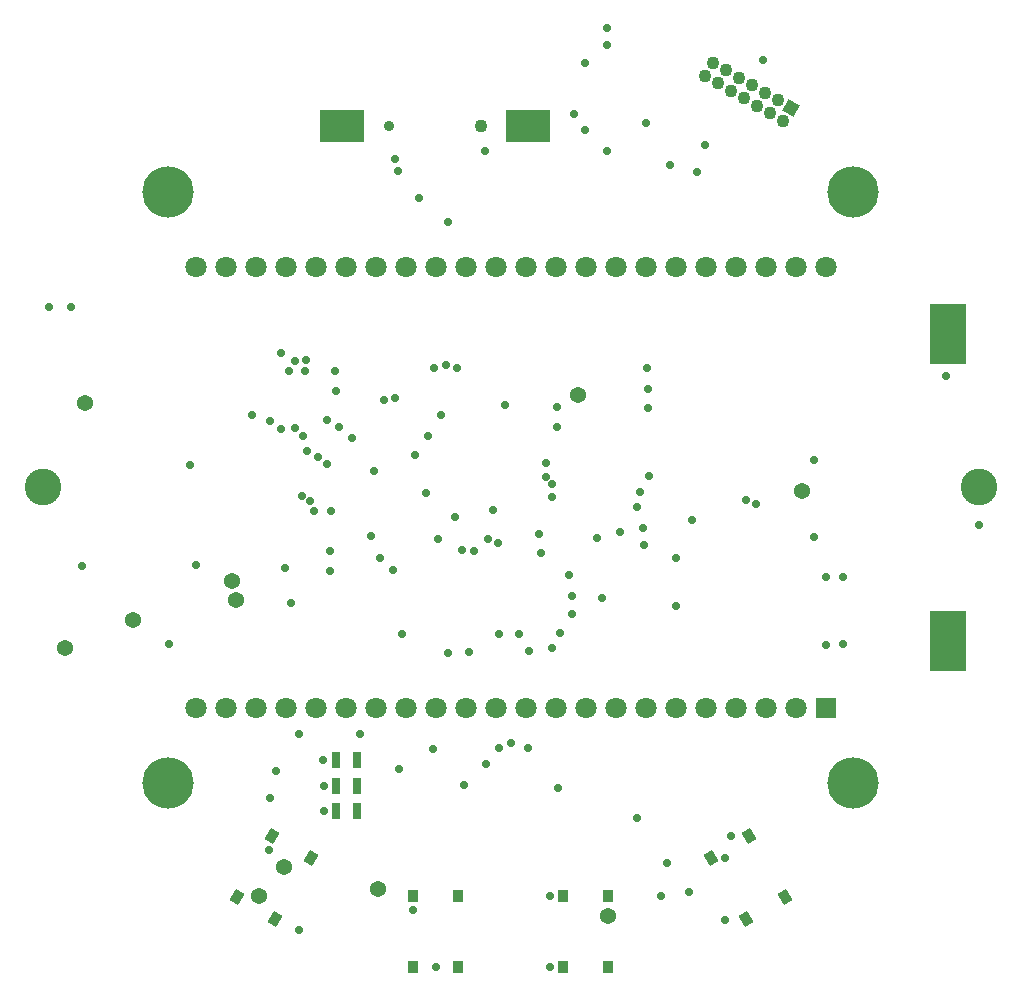
<source format=gbs>
G04*
G04 #@! TF.GenerationSoftware,Altium Limited,Altium Designer,21.4.1 (30)*
G04*
G04 Layer_Color=16711935*
%FSLAX25Y25*%
%MOIN*%
G70*
G04*
G04 #@! TF.SameCoordinates,B09271E0-8F31-4E5C-9359-3BEE4DA1DD5E*
G04*
G04*
G04 #@! TF.FilePolarity,Negative*
G04*
G01*
G75*
%ADD53C,0.04337*%
%ADD54C,0.03550*%
%ADD55C,0.07093*%
%ADD56R,0.07093X0.07093*%
%ADD57C,0.12211*%
%ADD58P,0.06134X4X195.0*%
%ADD59C,0.17132*%
%ADD60C,0.02800*%
%ADD61C,0.05400*%
G04:AMPARAMS|DCode=84|XSize=43.37mil|YSize=33.53mil|CornerRadius=0mil|HoleSize=0mil|Usage=FLASHONLY|Rotation=60.000|XOffset=0mil|YOffset=0mil|HoleType=Round|Shape=Rectangle|*
%AMROTATEDRECTD84*
4,1,4,0.00368,-0.02716,-0.02536,-0.01040,-0.00368,0.02716,0.02536,0.01040,0.00368,-0.02716,0.0*
%
%ADD84ROTATEDRECTD84*%

%ADD85R,0.03353X0.04337*%
%ADD86R,0.14573X0.10636*%
%ADD87R,0.12211X0.20085*%
G04:AMPARAMS|DCode=88|XSize=43.37mil|YSize=33.53mil|CornerRadius=0mil|HoleSize=0mil|Usage=FLASHONLY|Rotation=120.000|XOffset=0mil|YOffset=0mil|HoleType=Round|Shape=Rectangle|*
%AMROTATEDRECTD88*
4,1,4,0.02536,-0.01040,-0.00368,-0.02716,-0.02536,0.01040,0.00368,0.02716,0.02536,-0.01040,0.0*
%
%ADD88ROTATEDRECTD88*%

%ADD89R,0.02762X0.05321*%
D53*
X-9900Y120300D02*
D03*
X90830Y122170D02*
D03*
X89000Y129000D02*
D03*
X86500Y124670D02*
D03*
X84670Y131500D02*
D03*
X82170Y127170D02*
D03*
X80340Y134000D02*
D03*
X77840Y129670D02*
D03*
X76010Y136500D02*
D03*
X73510Y132170D02*
D03*
X71680Y139000D02*
D03*
X69180Y134670D02*
D03*
X67349Y141500D02*
D03*
X64849Y137170D02*
D03*
D54*
X-40609Y120300D02*
D03*
D55*
X-95000Y73425D02*
D03*
X-25000D02*
D03*
X65000D02*
D03*
X35000D02*
D03*
X5000D02*
D03*
X-105000D02*
D03*
X-75000D02*
D03*
X-85000D02*
D03*
X-65000D02*
D03*
X-35000D02*
D03*
X-45000D02*
D03*
X-55000D02*
D03*
X-5000D02*
D03*
X-15000D02*
D03*
X25000D02*
D03*
X15000D02*
D03*
X45000D02*
D03*
X55000D02*
D03*
X85000D02*
D03*
X75000D02*
D03*
X95000D02*
D03*
X105000D02*
D03*
X85000Y-73425D02*
D03*
X75000D02*
D03*
X95000D02*
D03*
X45000D02*
D03*
X55000D02*
D03*
X25000D02*
D03*
X15000D02*
D03*
X-5000D02*
D03*
X-15000D02*
D03*
X-35000D02*
D03*
X-45000D02*
D03*
X-55000D02*
D03*
X-75000D02*
D03*
X-85000D02*
D03*
X-65000D02*
D03*
X-105000D02*
D03*
X65000D02*
D03*
X35000D02*
D03*
X5000D02*
D03*
X-95000D02*
D03*
X-25000D02*
D03*
D56*
X105000D02*
D03*
D57*
X156000Y0D02*
D03*
X-156000D02*
D03*
D58*
X93330Y126500D02*
D03*
D59*
X-114200Y98400D02*
D03*
X114200Y-98400D02*
D03*
X-114200D02*
D03*
X114200Y98400D02*
D03*
D60*
X-146400Y60100D02*
D03*
X-70600Y-147400D02*
D03*
X78500Y-4100D02*
D03*
X-153900Y60200D02*
D03*
X-27500Y17000D02*
D03*
X13700Y-3300D02*
D03*
X36400Y-15000D02*
D03*
X-28300Y-2000D02*
D03*
X-45700Y5400D02*
D03*
X-32000Y10800D02*
D03*
X-61153Y7754D02*
D03*
X-64300Y10256D02*
D03*
X-43700Y-23700D02*
D03*
X-16100Y-20800D02*
D03*
X43200Y-1600D02*
D03*
X60400Y-11000D02*
D03*
X53000Y107600D02*
D03*
X45000Y121400D02*
D03*
X32200Y153200D02*
D03*
X42106Y-110300D02*
D03*
X52012Y-125312D02*
D03*
X15800Y-100200D02*
D03*
X-37218Y-93900D02*
D03*
X-8347Y-92128D02*
D03*
X-3906Y-87000D02*
D03*
X50028Y-136189D02*
D03*
X-75091Y-26800D02*
D03*
X45600Y39700D02*
D03*
X45705Y26514D02*
D03*
Y32900D02*
D03*
X-73900Y38800D02*
D03*
X156000Y-12544D02*
D03*
X9617Y-15597D02*
D03*
X59500Y-135000D02*
D03*
X-76651Y44864D02*
D03*
X15500Y20100D02*
D03*
Y26900D02*
D03*
X101047Y-16600D02*
D03*
X110700Y-52200D02*
D03*
X105000Y-52700D02*
D03*
X110800Y-30000D02*
D03*
X105100D02*
D03*
X-50200Y-82100D02*
D03*
X-70400Y-82300D02*
D03*
X28932Y-16834D02*
D03*
X81800Y-5501D02*
D03*
X44100Y-13448D02*
D03*
X44393Y-19300D02*
D03*
X-25000Y-160008D02*
D03*
X74Y-85232D02*
D03*
X5742Y-87000D02*
D03*
X6150Y-54434D02*
D03*
X13189Y-136335D02*
D03*
Y-159811D02*
D03*
X-15594Y-99328D02*
D03*
X-32382Y-140800D02*
D03*
X-80600Y-121019D02*
D03*
X-113996Y-52310D02*
D03*
X71400Y-144100D02*
D03*
Y-123400D02*
D03*
X101223Y9083D02*
D03*
X42000Y-6500D02*
D03*
X10168Y-21873D02*
D03*
X20500Y-36225D02*
D03*
X20296Y-42181D02*
D03*
X55100Y-39400D02*
D03*
X55000Y-23400D02*
D03*
X19500Y-29100D02*
D03*
X-25900Y-87200D02*
D03*
X-13982Y-54906D02*
D03*
X13800Y-53400D02*
D03*
X-142900Y-26300D02*
D03*
X32200Y112200D02*
D03*
Y147300D02*
D03*
X-8500Y112100D02*
D03*
X-38640Y109600D02*
D03*
X-37700Y105600D02*
D03*
X24866Y141500D02*
D03*
X-104800Y-26000D02*
D03*
X84161Y142484D02*
D03*
X-39200Y-27600D02*
D03*
X-12079Y-21064D02*
D03*
X-18500Y-9900D02*
D03*
X-24121Y-17385D02*
D03*
X-80129Y22067D02*
D03*
X-86200Y24200D02*
D03*
X-5800Y-7500D02*
D03*
X-1900Y27300D02*
D03*
X-4244Y-18546D02*
D03*
X-7549Y-17385D02*
D03*
X-23297Y23954D02*
D03*
X13880Y1226D02*
D03*
X16350Y-48587D02*
D03*
X2850Y-48737D02*
D03*
X-3950Y-48887D02*
D03*
X30518Y-36800D02*
D03*
X-20800Y-55087D02*
D03*
X-36200Y-48887D02*
D03*
X-57299Y20017D02*
D03*
X-67986Y12224D02*
D03*
X46200Y3900D02*
D03*
X-20804Y88600D02*
D03*
X-25600Y39700D02*
D03*
X64700Y114000D02*
D03*
X62000Y105220D02*
D03*
X-42100Y29100D02*
D03*
X-71825Y42200D02*
D03*
X-68600Y38785D02*
D03*
X-68200Y42400D02*
D03*
X-21500Y40650D02*
D03*
X-17900Y39900D02*
D03*
X-71800Y19900D02*
D03*
X-69100Y17200D02*
D03*
X-58297Y32149D02*
D03*
X-38565Y29812D02*
D03*
X-52900Y16500D02*
D03*
X-61300Y22300D02*
D03*
X-76651Y19348D02*
D03*
X-106800Y7500D02*
D03*
X11650Y3547D02*
D03*
X-62221Y-108000D02*
D03*
X11650Y8100D02*
D03*
X73600Y-116300D02*
D03*
X-46700Y-16300D02*
D03*
X-60100Y-21071D02*
D03*
X-60200Y-28000D02*
D03*
X21100Y124300D02*
D03*
X24900Y119100D02*
D03*
X-62221Y-99528D02*
D03*
X-62408Y-90904D02*
D03*
X-30600Y96600D02*
D03*
X145055Y37200D02*
D03*
X-65406Y-7900D02*
D03*
X-73300Y-38500D02*
D03*
X-78200Y-94700D02*
D03*
X-59900Y-7900D02*
D03*
X-69700Y-2800D02*
D03*
X-80200Y-103500D02*
D03*
X-66800Y-4400D02*
D03*
X-58432Y38785D02*
D03*
D61*
X-75700Y-126700D02*
D03*
X-44100Y-134000D02*
D03*
X22416Y30931D02*
D03*
X-83728Y-136362D02*
D03*
X32382Y-142772D02*
D03*
X-148700Y-53700D02*
D03*
X-126000Y-44264D02*
D03*
X97000Y-1100D02*
D03*
X-142000Y28000D02*
D03*
X-91700Y-37600D02*
D03*
X-93001Y-31269D02*
D03*
D84*
X-78513Y-143920D02*
D03*
X-91298Y-136538D02*
D03*
X-66702Y-123462D02*
D03*
X-79487Y-116080D02*
D03*
D85*
X32382Y-159811D02*
D03*
X17618D02*
D03*
X32382Y-136189D02*
D03*
X17618D02*
D03*
X-32382D02*
D03*
X-17618D02*
D03*
X-32382Y-159811D02*
D03*
X-17618D02*
D03*
D86*
X5848Y120300D02*
D03*
X-56357D02*
D03*
D87*
X145669Y-51181D02*
D03*
Y51181D02*
D03*
D88*
X66702Y-123462D02*
D03*
X79487Y-116080D02*
D03*
X78513Y-143920D02*
D03*
X91298Y-136538D02*
D03*
D89*
X-51094Y-99500D02*
D03*
X-58181D02*
D03*
X-51138Y-108000D02*
D03*
X-58224D02*
D03*
X-51094Y-91000D02*
D03*
X-58181D02*
D03*
M02*

</source>
